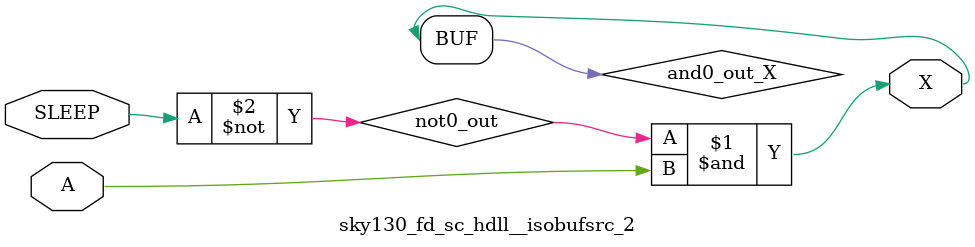
<source format=v>
/*
 * Copyright 2020 The SkyWater PDK Authors
 *
 * Licensed under the Apache License, Version 2.0 (the "License");
 * you may not use this file except in compliance with the License.
 * You may obtain a copy of the License at
 *
 *     https://www.apache.org/licenses/LICENSE-2.0
 *
 * Unless required by applicable law or agreed to in writing, software
 * distributed under the License is distributed on an "AS IS" BASIS,
 * WITHOUT WARRANTIES OR CONDITIONS OF ANY KIND, either express or implied.
 * See the License for the specific language governing permissions and
 * limitations under the License.
 *
 * SPDX-License-Identifier: Apache-2.0
*/


`ifndef SKY130_FD_SC_HDLL__ISOBUFSRC_2_FUNCTIONAL_V
`define SKY130_FD_SC_HDLL__ISOBUFSRC_2_FUNCTIONAL_V

/**
 * isobufsrc: Input isolation, noninverted sleep.
 *
 *            X = (!A | SLEEP)
 *
 * Verilog simulation functional model.
 */

`timescale 1ns / 1ps
`default_nettype none

`celldefine
module sky130_fd_sc_hdll__isobufsrc_2 (
    X    ,
    SLEEP,
    A
);

    // Module ports
    output X    ;
    input  SLEEP;
    input  A    ;

    // Local signals
    wire not0_out  ;
    wire and0_out_X;

    //  Name  Output      Other arguments
    not not0 (not0_out  , SLEEP          );
    and and0 (and0_out_X, not0_out, A    );
    buf buf0 (X         , and0_out_X     );

endmodule
`endcelldefine

`default_nettype wire
`endif  // SKY130_FD_SC_HDLL__ISOBUFSRC_2_FUNCTIONAL_V

</source>
